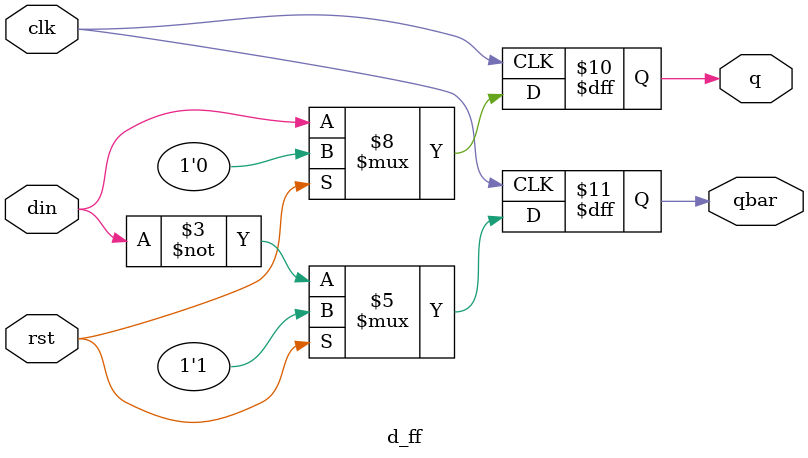
<source format=v>
`timescale 1ns / 1ps
module d_ff(input din,clk,rst,output reg q,qbar);

always@(posedge clk)
begin
if(rst==1'b1) begin
q= 1'b0;
qbar= 1'b1; end

else begin
q= din;
qbar=~din;
end

end
endmodule

</source>
